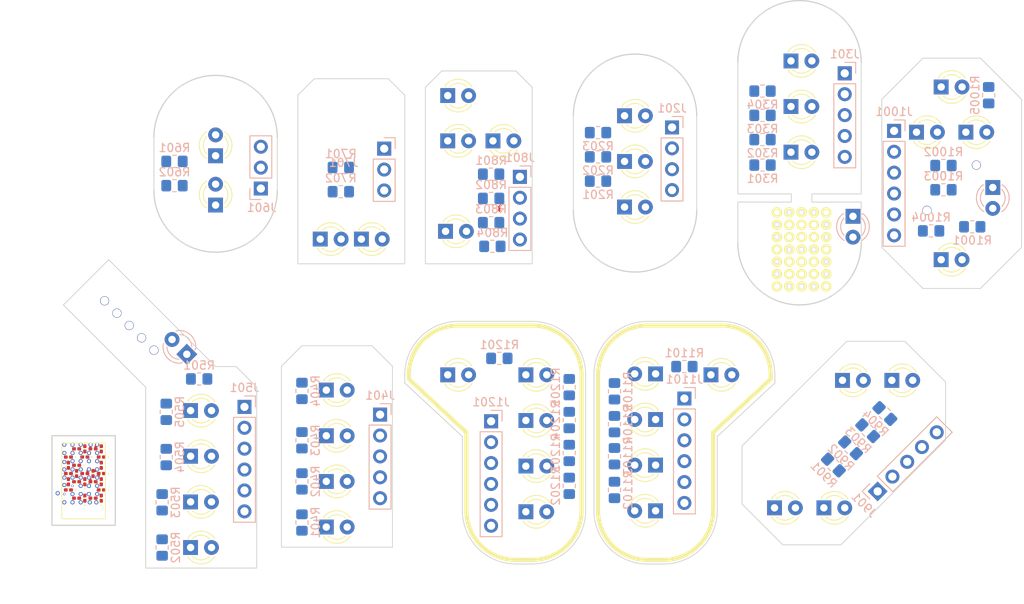
<source format=kicad_pcb>
(kicad_pcb (version 20221018) (generator pcbnew)
  (layers (0 "F.Cu" signal) (31 "B.Cu" signal) (34 "B.Paste" user) (35 "F.Paste" user) (36 "B.SilkS" user "B.Silkscreen") (37 "F.SilkS" user "F.Silkscreen") (38 "B.Mask" user) (39 "F.Mask" user) (44 "Edge.Cuts" user))
  (net 0 "")
  (net 1 "Net-(D201-K)")
  (net 2 "Net-(D201-A)")
  (net 3 "Net-(D202-K)")
  (net 4 "Net-(D202-A)")
  (net 5 "Net-(D203-K)")
  (net 6 "Net-(D203-A)")
  (net 7 "Net-(D301-K)")
  (net 8 "Net-(D301-A)")
  (net 9 "Net-(D302-K)")
  (net 10 "Net-(D302-A)")
  (net 11 "Net-(D303-K)")
  (net 12 "Net-(D303-A)")
  (net 13 "Net-(D304-K)")
  (net 14 "Net-(D304-A)")
  (net 15 "Net-(D401-K)")
  (net 16 "Net-(D401-A)")
  (net 17 "Net-(D402-K)")
  (net 18 "Net-(D402-A)")
  (net 19 "Net-(D403-K)")
  (net 20 "Net-(D403-A)")
  (net 21 "Net-(D404-K)")
  (net 22 "Net-(D404-A)")
  (net 23 "Net-(D501-K)")
  (net 24 "Net-(D501-A)")
  (net 25 "Net-(D502-K)")
  (net 26 "Net-(D502-A)")
  (net 27 "Net-(D503-K)")
  (net 28 "Net-(D503-A)")
  (net 29 "Net-(D504-K)")
  (net 30 "Net-(D504-A)")
  (net 31 "Net-(D505-K)")
  (net 32 "Net-(D505-A)")
  (net 33 "Net-(D601-K)")
  (net 34 "Net-(D601-A)")
  (net 35 "Net-(D602-K)")
  (net 36 "Net-(D602-A)")
  (net 37 "Net-(D701-K)")
  (net 38 "Net-(D701-A)")
  (net 39 "Net-(D702-K)")
  (net 40 "Net-(D702-A)")
  (net 41 "Net-(D801-K)")
  (net 42 "Net-(D801-A)")
  (net 43 "Net-(D802-K)")
  (net 44 "Net-(D802-A)")
  (net 45 "Net-(D803-K)")
  (net 46 "Net-(D803-A)")
  (net 47 "Net-(D901-K)")
  (net 48 "Net-(D901-A)")
  (net 49 "Net-(D902-K)")
  (net 50 "Net-(D902-A)")
  (net 51 "Net-(D903-K)")
  (net 52 "Net-(D903-A)")
  (net 53 "Net-(D904-K)")
  (net 54 "Net-(D904-A)")
  (net 55 "Net-(D1001-K)")
  (net 56 "Net-(D1001-A)")
  (net 57 "Net-(D1002-K)")
  (net 58 "Net-(D1002-A)")
  (net 59 "Net-(D1003-K)")
  (net 60 "Net-(D1003-A)")
  (net 61 "Net-(D1004-K)")
  (net 62 "Net-(D1004-A)")
  (net 63 "Net-(D1005-K)")
  (net 64 "Net-(D1005-A)")
  (net 65 "Net-(D1101-K)")
  (net 66 "Net-(D1101-A)")
  (net 67 "Net-(D1102-K)")
  (net 68 "Net-(D1102-A)")
  (net 69 "Net-(D1103-K)")
  (net 70 "Net-(D1103-A)")
  (net 71 "Net-(D1104-K)")
  (net 72 "Net-(D1104-A)")
  (net 73 "Net-(D1105-K)")
  (net 74 "Net-(D1105-A)")
  (net 75 "Net-(D1201-K)")
  (net 76 "Net-(D1201-A)")
  (net 77 "Net-(D1202-K)")
  (net 78 "Net-(D1202-A)")
  (net 79 "Net-(D1203-K)")
  (net 80 "Net-(D1203-A)")
  (net 81 "Net-(D1204-K)")
  (net 82 "Net-(D1204-A)")
  (net 83 "Net-(D1205-K)")
  (net 84 "Net-(D1205-A)")
  (net 85 "Net-(J201-Pin_1)")
  (net 86 "Net-(J301-Pin_1)")
  (net 87 "Net-(J401-Pin_1)")
  (net 88 "Net-(J501-Pin_1)")
  (net 89 "Net-(J601-Pin_1)")
  (net 90 "Net-(J701-Pin_1)")
  (net 91 "Net-(J801-Pin_1)")
  (net 92 "Net-(J901-Pin_1)")
  (net 93 "Net-(J1001-Pin_1)")
  (net 94 "Net-(J1101-Pin_1)")
  (net 95 "Net-(J1201-Pin_1)")
  (net 96 "Net-(D804-A)")
  (net 97 "Net-(D804-K)")
  (footprint "custom_kicad_lib_sk:LED_NO_SILK" (layer "F.Cu") (at 229 128.884 180)
    (fp_text reference "D1101" hide)
    (fp_text value "LED")
  )
  (footprint "LED_SMD:LED_0201_0603Metric" (layer "F.Cu") (at 161.6 139 180)
    (fp_text reference "REF**" hide)
    (fp_text value "LED_0201_0603Metric")
  )
  (footprint "custom_kicad_lib_sk:LED_NO_SILK" (layer "F.Cu") (at 263.725 94)
    (fp_text reference "D1001" hide)
    (fp_text value "LED")
  )
  (footprint "custom_kicad_lib_sk:LED_NO_SILK" (layer "F.Cu") (at 245.46 96.38)
    (fp_text reference "D302" hide)
    (fp_text value "LED")
  )
  (footprint "LED_SMD:LED_0201_0603Metric" (layer "F.Cu") (at 160.6 141 90)
    (fp_text reference "REF**" hide)
    (fp_text value "LED_0201_0603Metric")
  )
  (footprint "LED_SMD:LED_0201_0603Metric" (layer "F.Cu") (at 157.6 142 90)
    (fp_text reference "REF**" hide)
    (fp_text value "LED_0201_0603Metric")
  )
  (footprint "LED_SMD:LED_0201_0603Metric" (layer "F.Cu") (at 158.6 142 180)
    (fp_text reference "REF**" hide)
    (fp_text value "LED_0201_0603Metric")
  )
  (footprint "custom_kicad_lib_sk:LED_NO_SILK" (layer "F.Cu") (at 188.96 136.41)
    (fp_text reference "D402" hide)
    (fp_text value "LED")
  )
  (footprint "custom_kicad_lib_sk:LED_NO_SILK" (layer "F.Cu") (at 229 134.434 180)
    (fp_text reference "D1102" hide)
    (fp_text value "LED")
  )
  (footprint "LED_SMD:LED_0201_0603Metric" (layer "F.Cu") (at 161.6 140 90)
    (fp_text reference "REF**" hide)
    (fp_text value "LED_0201_0603Metric")
  )
  (footprint "custom_kicad_lib_sk:LED_NO_SILK" (layer "F.Cu") (at 209.225 100.55)
    (fp_text reference "D802" hide)
    (fp_text value "LED")
  )
  (footprint "custom_kicad_lib_sk:LED_NO_SILK" (layer "F.Cu") (at 175.5 102.365 90)
    (fp_text reference "D602" hide)
    (fp_text value "LED")
  )
  (footprint "LED_SMD:LED_0201_0603Metric" (layer "F.Cu") (at 158.6 141 90)
    (fp_text reference "REF**" hide)
    (fp_text value "LED_0201_0603Metric")
  )
  (footprint "LED_SMD:LED_0201_0603Metric" (layer "F.Cu") (at 161.6 138 90)
    (fp_text reference "REF**" hide)
    (fp_text value "LED_0201_0603Metric")
  )
  (footprint "custom_kicad_lib_sk:LED_NO_SILK" (layer "F.Cu") (at 245.46 101.93)
    (fp_text reference "D303" hide)
    (fp_text value "LED")
  )
  (footprint "custom_kicad_lib_sk:LED_NO_SILK" (layer "F.Cu") (at 257.72482 129.671752)
    (fp_text reference "D901" hide)
    (fp_text value "LED")
  )
  (footprint "LED_SMD:LED_0201_0603Metric" (layer "F.Cu") (at 160.6 142 180)
    (fp_text reference "REF**" hide)
    (fp_text value "LED_0201_0603Metric")
  )
  (footprint "LED_SMD:LED_0201_0603Metric" (layer "F.Cu") (at 159.6 142 90)
    (fp_text reference "REF**" hide)
    (fp_text value "LED_0201_0603Metric")
  )
  (footprint "custom_kicad_lib_sk:LED_NO_SILK" (layer "F.Cu") (at 213.225 145.65)
    (fp_text reference "D1204" hide)
    (fp_text value "LED")
  )
  (footprint "custom_kicad_lib_sk:LED_NO_SILK" (layer "F.Cu") (at 193.225 112.5)
    (fp_text reference "D701" hide)
    (fp_text value "LED")
  )
  (footprint "custom_kicad_lib_sk:LED_NO_SILK" (layer "F.Cu") (at 188.96 130.86)
    (fp_text reference "D401" hide)
    (fp_text value "LED")
  )
  (footprint "custom_kicad_lib_sk:LED_NO_SILK" (layer "F.Cu") (at 245.46 90.83)
    (fp_text reference "D301" hide)
    (fp_text value "LED")
  )
  (footprint "custom_kicad_lib_sk:LED_NO_SILK" (layer "F.Cu") (at 243.45982 145.171752)
    (fp_text reference "D904" hide)
    (fp_text value "LED")
  )
  (footprint "custom_kicad_lib_sk:LED_NO_SILK" (layer "F.Cu") (at 213.225 129)
    (fp_text reference "D1201" hide)
    (fp_text value "LED")
  )
  (footprint "custom_kicad_lib_sk:LED_NO_SILK" (layer "F.Cu") (at 225.225 97.5)
    (fp_text reference "D201" hide)
    (fp_text value "LED")
  )
  (footprint "custom_kicad_lib_sk:LED_NO_SILK" (layer "F.Cu") (at 188.225 112.5)
    (fp_text reference "D702" hide)
    (fp_text value "LED")
  )
  (footprint "LED_SMD:LED_0201_0603Metric" (layer "F.Cu") (at 158.6 138 180)
    (fp_text reference "REF**" hide)
    (fp_text value "LED_0201_0603Metric")
  )
  (footprint "custom_kicad_lib_sk:LED_NO_SILK" (layer "F.Cu") (at 203.725 95.05)
    (fp_text reference "D801" hide)
    (fp_text value "LED")
  )
  (footprint "custom_kicad_lib_sk:LED_NO_SILK" (layer "F.Cu") (at 188.96 147.51)
    (fp_text reference "D404" hide)
    (fp_text value "LED")
  )
  (footprint "custom_kicad_lib_sk:LED_NO_SILK" (layer "F.Cu") (at 213.225 140.1)
    (fp_text reference "D1203" hide)
    (fp_text value "LED")
  )
  (footprint "custom_kicad_lib_sk:LED_NO_SILK" (layer "F.Cu") (at 172.46 138.9)
    (fp_text reference "D502" hide)
    (fp_text value "LED")
  )
  (footprint "LED_SMD:LED_0201_0603Metric" (layer "F.Cu") (at 161.6 143 180)
    (fp_text reference "REF**" hide)
    (fp_text value "LED_0201_0603Metric")
  )
  (footprint "custom_kicad_lib_sk:LED_NO_SILK" (layer "F.Cu") (at 188.96 141.96)
    (fp_text reference "D403" hide)
    (fp_text value "LED")
  )
  (footprint "custom_kicad_lib_sk:LED_NO_SILK" (layer "F.Cu") (at 172.46 133.35)
    (fp_text reference "D501" hide)
    (fp_text value "LED")
  )
  (footprint "LED_SMD:LED_0201_0603Metric" (layer "F.Cu") (at 161.6 141 180)
    (fp_text reference "REF**" hide)
    (fp_text value "LED_0201_0603Metric")
  )
  (footprint "custom_kicad_lib_sk:LED_NO_SILK" (layer "F.Cu") (at 263.725 115)
    (fp_text reference "D1002" hide)
    (fp_text value "LED")
  )
  (footprint "custom_kicad_lib_sk:LED_NO_SILK" (layer "F.Cu") (at 225.225 108.6)
    (fp_text reference "D203" hide)
    (fp_text value "LED")
  )
  (footprint "custom_kicad_lib_sk:LED_NO_SILK" (layer "F.Cu") (at 172.46 144.45)
    (fp_text reference "D503" hide)
    (fp_text value "LED")
  )
  (footprint "LED_SMD:LED_0201_0603Metric" (layer "F.Cu") (at 159.6 141 180)
    (fp_text reference "REF**" hide)
    (fp_text value "LED_0201_0603Metric")
  )
  (footprint "LED_SMD:LED_0201_0603Metric" (layer "F.Cu") (at 161.6 144 90)
    (fp_text reference "REF**" hide)
    (fp_text value "LED_0201_0603Metric")
  )
  (footprint "LED_SMD:LED_0201_0603Metric" (layer "F.Cu") (at 160.6 144 180)
    (fp_text reference "REF**" hide)
    (fp_text value "LED_0201_0603Metric")
  )
  (footprint "LED_SMD:LED_0201_0603Metric" (layer "F.Cu") (at 157.6 143 180)
    (fp_text reference "REF**" hide)
    (fp_text value "LED_0201_0603Metric")
  )
  (footprint "LED_SMD:LED_0201_0603Metric" (layer "F.Cu") (at 157.6 141 180)
    (fp_text reference "REF**" hide)
    (fp_text value "LED_0201_0603Metric")
  )
  (footprint "custom_kicad_lib_sk:LED_NO_SILK" (layer "F.Cu") (at 203.725 100.55)
    (fp_text reference "D803" hide)
    (fp_text value "LED")
  )
  (footprint "custom_kicad_lib_sk:LED_NO_SILK" (layer "F.Cu") (at 249.45982 145.171752)
    (fp_text reference "D903" hide)
    (fp_text value "LED")
  )
  (footprint "custom_kicad_lib_sk:LED_NO_SILK" (layer "F.Cu") (at 235.725 129)
    (fp_text reference "D1105" hide)
    (fp_text value "LED")
  )
  (footprint "LED_SMD:LED_0201_0603Metric" (layer "F.Cu") (at 160.6 138 180)
    (fp_text reference "REF**" hide)
    (fp_text value "LED_0201_0603Metric")
  )
  (footprint "LED_SMD:LED_0201_0603Metric" (layer "F.Cu") (at 159.6 139 180)
    (fp_text reference "REF**" hide)
    (fp_text value "LED_0201_0603Metric")
  )
  (footprint "custom_kicad_lib_sk:LED_NO_SILK" (layer "F.Cu") (at 203.46 111.55)
    (fp_text reference "D804" hide)
    (fp_text value "LED")
  )
  (footprint "custom_kicad_lib_sk:LED_NO_SILK" (layer "F.Cu") (at 229 139.984 180)
    (fp_text reference "D1103" hide)
    (fp_text value "LED")
  )
  (footprint "LED_SMD:LED_0201_0603Metric" (layer "F.Cu") (at 159.6 144 90)
    (fp_text reference "REF**" hide)
    (fp_text value "LED_0201_0603Metric")
  )
  (footprint "custom_kicad_lib_sk:LED_NO_SILK" (layer "F.Cu") (at 175.5 108.365 90)
    (fp_text reference "D601" hide)
    (fp_text value "LED")
  )
  (footprint "custom_kicad_lib_sk:LED_NO_SILK" (layer "F.Cu") (at 266.725 99.5)
    (fp_text reference "D1003" hide)
    (fp_text value "LED")
  )
  (footprint "LED_SMD:LED_0201_0603Metric" (layer "F.Cu") (at 157.6 140 90)
    (fp_text reference "REF**" hide)
    (fp_text value "LED_0201_0603Metric")
  )
  (footprint "LED_SMD:LED_0201_0603Metric" (layer "F.Cu") (at 158.6 144 180)
    (fp_text reference "REF**" hide)
    (fp_text value "LED_0201_0603Metric")
  )
  (footprint "custom_kicad_lib_sk:LED_NO_SILK" (layer "F.Cu") (at 229 145.534 180)
    (fp_text reference "D1104" hide)
    (fp_text value "LED")
  )
  (footprint "LED_SMD:LED_0201_0603Metric" (layer "F.Cu") (at 158.6 140 180)
    (fp_text reference "REF**" hide)
    (fp_text value "LED_0201_0603Metric")
  )
  (footprint "custom_kicad_lib_sk:LED_NO_SILK" (layer "F.Cu") (at 251.72482 129.671752)
    (fp_text reference "D902" hide)
    (fp_text value "LED")
  )
  (footprint "custom_kicad_lib_sk:LED_NO_SILK" (layer "F.Cu") (at 225.225 103.05)
    (fp_text reference "D202" hide)
    (fp_text value "LED")
  )
  (footprint "LED_SMD:LED_0201_0603Metric" (layer "F.Cu") (at 161.6 142 90)
    (fp_text reference "REF**" hide)
    (fp_text value "LED_0201_0603Metric")
  )
  (footprint "custom_kicad_lib_sk:LED_NO_SILK" (layer "F.Cu") (at 260.725 99.5)
    (fp_text reference "D1004" hide)
    (fp_text value "LED")
  )
  (footprint "LED_SMD:LED_0201_0603Metric" (layer "F.Cu") (at 159.6 138 90)
    (fp_text reference "REF**" hide)
    (fp_text value "LED_0201_0603Metric")
  )
  (footprint "custom_kicad_lib_sk:LED_NO_SILK" (layer "F.Cu") (at 172.46 150)
    (fp_text reference "D504" hide)
    (fp_text value "LED")
  )
  (footprint "custom_kicad_lib_sk:LED_NO_SILK" (layer "F.Cu") (at 213.225 134.55)
    (fp_text reference "D1202" hide)
    (fp_text value "LED")
  )
  (footprint "LED_SMD:LED_0201_0603Metric" (layer "F.Cu") (at 157.6 139 180)
    (fp_text reference "REF**" hide)
    (fp_text value "LED_0201_0603Metric")
  )
  (footprint "custom_kicad_lib_sk:LED_NO_SILK" (layer "F.Cu") (at 203.725 129)
    (fp_text reference "D1205" hide)
    (fp_text value "LED")
  )
  (footprint "custom_kicad_lib_sk:LED_NO_SILK" (layer "B.Cu") (at 270 106.225 -90)
    (fp_text reference "D1005" hide)
    (fp_text value "LED")
  )
  (footprint "Resistor_SMD:R_0805_2012Metric_Pad1.20x1.40mm_HandSolder" (layer "B.Cu") (at 224 143 90)
    (fp_text reference "R1102")
    (fp_text value "R")
  )
  (footprint "Resistor_SMD:R_0805_2012Metric_Pad1.20x1.40mm_HandSolder" (layer "B.Cu") (at 218.5 130.5 -90)
    (fp_text reference "R1205")
    (fp_text value "R")
  )
  (footprint "custom_kicad_lib_sk:LED_NO_SILK" (layer "B.Cu") (at 253 109.725 -90)
    (fp_text reference "D304" hide)
    (fp_text value "LED")
  )
  (footprint "Connector_PinHeader_2.54mm:PinHeader_1x04_P2.54mm_Vertical" (layer "B.Cu") (at 231 98.92 180)
    (fp_text reference "J201")
    (fp_text value "Conn_01x04")
  )
  (footprint "Connector_PinHeader_2.54mm:PinHeader_1x04_P2.54mm_Vertical" (layer "B.Cu") (at 212.5 104.93 180)
    (fp_text reference "J801")
    (fp_text value "Conn_01x04")
  )
  (footprint "Resistor_SMD:R_0805_2012Metric_Pad1.20x1.40mm_HandSolder" (layer "B.Cu") (at 269.5 95 -90)
    (fp_text reference "R1005")
    (fp_text value "R")
  )
  (footprint "Resistor_SMD:R_0805_2012Metric_Pad1.20x1.40mm_HandSolder" (layer "B.Cu") (at 224 131 90)
    (fp_text reference "R1105")
    (fp_text value "R")
  )
  (footprint "Resistor_SMD:R_0805_2012Metric_Pad1.20x1.40mm_HandSolder" (layer "B.Cu") (at 242 103.5)
    (fp_text reference "R301")
    (fp_text value "R")
  )
  (footprint "Resistor_SMD:R_0805_2012Metric_Pad1.20x1.40mm_HandSolder" (layer "B.Cu") (at 169 144.5 90)
    (fp_text reference "R503")
    (fp_text value "R")
  )
  (footprint "Connector_PinHeader_2.54mm:PinHeader_1x03_P2.54mm_Vertical" (layer "B.Cu") (at 181 106.35)
    (fp_text reference "J601")
    (fp_text value "Conn_01x04")
  )
  (footprint "Resistor_SMD:R_0805_2012Metric_Pad1.20x1.40mm_HandSolder" (layer "B.Cu") (at 262.5 111.5 180)
    (fp_text reference "R1004")
    (fp_text value "R")
  )
  (footprint "Resistor_SMD:R_0805_2012Metric_Pad1.20x1.40mm_HandSolder" (layer "B.Cu") (at 254.792893 135.792893 -45)
    (fp_text reference "R903")
    (fp_text value "R")
  )
  (footprint "Resistor_SMD:R_0805_2012Metric_Pad1.20x1.40mm_HandSolder" (layer "B.Cu") (at 209 107.55 180)
    (fp_text reference "R802")
    (fp_text value "R")
  )
  (footprint "Resistor_SMD:R_0805_2012Metric_Pad1.20x1.40mm_HandSolder" (layer "B.Cu") (at 169.5 139 90)
    (fp_text reference "R504")
    (fp_text value "R")
  )
  (footprint "Resistor_SMD:R_0805_2012Metric_Pad1.20x1.40mm_HandSolder" (layer "B.Cu") (at 267.5 111)
    (fp_text reference "R1001")
    (fp_text value "R")
  )
  (footprint "Connector_PinHeader_2.54mm:PinHeader_1x03_P2.54mm_Vertical" (layer "B.Cu") (at 196 101.5 180)
    (fp_text reference "J701")
    (fp_text value "Conn_01x04")
  )
  (footprint "Resistor_SMD:R_0805_2012Metric_Pad1.20x1.40mm_HandSolder" (layer "B.Cu") (at 218.5 134.5 -90)
    (fp_text reference "R1204")
    (fp_text value "R")
  )
  (footprint "Resistor_SMD:R_0805_2012Metric_Pad1.20x1.40mm_HandSolder" (layer "B.Cu") (at 210 127 180)
    (fp_text reference "R1201")
    (fp_text value "R")
  )
  (footprint "Resistor_SMD:R_0805_2012Metric_Pad1.20x1.40mm_HandSolder" (layer "B.Cu") (at 222 102.5)
    (fp_text reference "R202")
    (fp_text value "R")
  )
  (footprint "Resistor_SMD:R_0805_2012Metric_Pad1.20x1.40mm_HandSolder" (layer "B.Cu") (at 173.5 129.5 180)
    (fp_text reference "R501")
    (fp_text value "R")
  )
  (footprint "Connector_PinHeader_2.54mm:PinHeader_1x06_P2.54mm_Vertical" (layer "B.Cu") (at 179.01 132.9 180)
    (fp_text reference "J501")
    (fp_text value "Conn_01x06")
  )
  (footprint "Resistor_SMD:R_0805_2012Metric_Pad1.20x1.40mm_HandSolder" (layer "B.Cu") (at 264 106.5 180)
    (fp_text reference "R1003")
    (fp_text value "R")
  )
  (footprint "Resistor_SMD:R_0805_2012Metric_Pad1.20x1.40mm_HandSolder" (layer "B.Cu") (at 209 110.5 180)
    (fp_text reference "R803")
    (fp_text value "R")
  )
  (footprint "Connector_PinHeader_2.54mm:PinHeader_1x05_P2.54mm_Vertical" (layer "B.Cu") (at 255.99982 143.171752 -45)
    (fp_text reference "J901")
    (fp_text value "Conn_01x05")
  )
  (footprint "Resistor_SMD:R_0805_2012Metric_Pad1.20x1.40mm_HandSolder" (layer "B.Cu") (at 232.5 128 180)
    (fp_text reference "R1101")
    (fp_text value "R")
  )
  (footprint "Resistor_SMD:R_0805_2012Metric_Pad1.20x1.40mm_HandSolder" (layer "B.Cu") (at 186 130.96 90)
    (fp_text reference "R404")
    (fp_text value "R")
  )
  (footprint "Resistor_SMD:R_0805_2012Metric_Pad1.20x1.40mm_HandSolder" (layer "B.Cu") (at 169.5 133.5 90)
    (fp_text reference "R505")
    (fp_text value "R")
  )
  (footprint "Resistor_SMD:R_0805_2012Metric_Pad1.20x1.40mm_HandSolder" (layer "B.Cu") (at 186 141.96 90)
    (fp_text reference "R402")
    (fp_text value "R")
  )
  (footprint "Resistor_SMD:R_0805_2012Metric_Pad1.20x1.40mm_HandSolder" (layer "B.Cu") (at 222 99.55)
    (fp_text reference "R203")
    (fp_text value "R")
  )
  (footprint "Resistor_SMD:R_0805_2012Metric_Pad1.20x1.40mm_HandSolder" (layer "B.Cu") (at 242 97.45)
    (fp_text reference "R303")
    (fp_text value "R")
  )
  (footprint "custom_kicad_lib_sk:LED_NO_SILK" (layer "B.Cu") (at 172 126.5 135)
    (fp_text reference "D505" hide)
    (fp_text value "LED")
  )
  (footprint "Resistor_SMD:R_0805_2012Metric_Pad1.20x1.40mm_HandSolder" (layer "B.Cu") (at 190.727064 103.785 180)
    (fp_text reference "R701")
    (fp_text value "R")
  )
  (footprint "Resistor_SMD:R_0805_2012Metric_Pad1.20x1.40mm_HandSolder" (layer "B.Cu") (at 256.878858 133.706928 -45)
    (fp_text reference "R904")
    (fp_text value "R")
  )
  (footprint "Resistor_SMD:R_0805_2012Metric_Pad1.20x1.40mm_HandSolder" (layer "B.Cu") (at 242 94.5)
    (fp_text reference "R304")
    (fp_text value "R")
  )
  (footprint "Resistor_SMD:R_0805_2012Metric_Pad1.20x1.40mm_HandSolder" (layer "B.Cu") (at 242 100.4)
    (fp_text reference "R302")
    (fp_text value "R")
  )
  (footprint "Resistor_SMD:R_0805_2012Metric_Pad1.20x1.40mm_HandSolder" (layer "B.Cu") (at 218.5 142.5 -90)
    (fp_text reference "R1202")
    (fp_text value "R")
  )
  (footprint "Resistor_SMD:R_0805_2012Metric_Pad1.20x1.40mm_HandSolder" (layer "B.Cu") (at 170.5 103.05 180)
    (fp_text reference "R601")
    (fp_text value "R")
  )
  (footprint "Resistor_SMD:R_0805_2012Metric_Pad1.20x1.40mm_HandSolder" (layer "B.Cu") (at 224 138.9 90)
    (fp_text reference "R1103")
    (fp_text value "R")
  )
  (footprint "Resistor_SMD:R_0805_2012Metric_Pad1.20x1.40mm_HandSolder" (layer "B.Cu") (at 186 136.96 90)
    (fp_text reference "R403")
    (fp_text value "R")
  )
  (footprint "Resistor_SMD:R_0805_2012Metric_Pad1.20x1.40mm_HandSolder" (layer "B.Cu") (at 222 105.45)
    (fp_text reference "R201")
    (fp_text value "R")
  )
  (footprint "Resistor_SMD:R_0805_2012Metric_Pad1.20x1.40mm_HandSolder" (layer "B.Cu") (at 252.706927 137.878859 -45)
    (fp_text reference "R902")
    (fp_text value "R")
  )
  (footprint "Connector_PinHeader_2.54mm:PinHeader_1x05_P2.54mm_Vertical" (layer "B.Cu") (at 252 92.34 180)
    (fp_text reference "J301")
    (fp_text value "Conn_01x05")
  )
  (footprint "Resistor_SMD:R_0805_2012Metric_Pad1.20x1.40mm_HandSolder" (layer "B.Cu") (at 250.620962 139.964824 -45)
    (fp_text reference "R901")
    (fp_text value "R")
  )
  (footprint "Resistor_SMD:R_0805_2012Metric_Pad1.20x1.40mm_HandSolder" (layer "B.Cu") (at 209 104.6 180)
    (fp_text reference "R801")
    (fp_text value "R")
  )
  (footprint "Resistor_SMD:R_0805_2012Metric_Pad1.20x1.40mm_HandSolder" (layer "B.Cu") (at 264 103.55 180)
    (fp_text reference "R1002")
    (fp_text value "R")
  )
  (footprint "Resistor_SMD:R_0805_2012Metric_Pad1.20x1.40mm_HandSolder" (layer "B.Cu") (at 169 150 90)
    (fp_text reference "R502")
    (fp_text value "R")
  )
  (footprint "Resistor_SMD:R_0805_2012Metric_Pad1.20x1.40mm_HandSolder" (layer "B.Cu") (at 218.5 138.5 -90)
    (fp_text reference "R1203")
    (fp_text value "R")
  )
  (footprint "Resistor_SMD:R_0805_2012Metric_Pad1.20x1.40mm_HandSolder" (layer "B.Cu") (at 170.5 106 180)
    (fp_text reference "R602")
    (fp_text value "R")
  )
  (footprint "Connector_PinHeader_2.54mm:PinHeader_1x06_P2.54mm_Vertical" (layer "B.Cu") (at 209 134.65 180)
    (fp_text reference "J1201")
    (fp_text value "Conn_01x06")
  )
  (footprint "Resistor_SMD:R_0805_2012Metric_Pad1.20x1.40mm_HandSolder" (layer "B.Cu") (at 209.153 113.379 180)
    (fp_text reference "R804")
    (fp_text value "R")
  )
  (footprint "Connector_PinHeader_2.54mm:PinHeader_1x06_P2.54mm_Vertical" (layer "B.Cu") (at 232.5 131.88 180)
    (fp_text reference "J1101")
    (fp_text value "Conn_01x06")
  )
  (footprint "Resistor_SMD:R_0805_2012Metric_Pad1.20x1.40mm_HandSolder" (layer "B.Cu") (at 190.727064 106.735 180)
    (fp_text reference "R702")
    (fp_text value "R")
  )
  (footprint "Resistor_SMD:R_0805_2012Metric_Pad1.20x1.40mm_HandSolder" (layer "B.Cu") (at 186 146.96 90)
    (fp_text reference "R401")
    (fp_text value "R")
  )
  (footprint "Connector_PinHeader_2.54mm:PinHeader_1x05_P2.54mm_Vertical" (layer "B.Cu") (at 195.5 133.84 180)
    (fp_text reference "J401")
    (fp_text value "Conn_01x05")
  )
  (footprint "Connector_PinHeader_2.54mm:PinHeader_1x06_P2.54mm_Vertical" (layer "B.Cu") (at 258 99.34 180)
    (fp_text reference "J1001")
    (fp_text value "Conn_01x06")
  )
  (footprint "Resistor_SMD:R_0805_2012Metric_Pad1.20x1.40mm_HandSolder" (layer "B.Cu") (at 224 135 90)
    (fp_text reference "R1104")
    (fp_text value "R")
  )
  (gr_circle (center 248.25 110.75) (end 248.75 110.75) (stroke (width 0.15)) (fill none) (layer "F.SilkS"))
  (gr_circle (center 246.75 109.25) (end 247.25 109.25) (stroke (width 0.3)) (fill none) (layer "F.SilkS"))
  (gr_circle (center 243.75 115.25) (end 244.25 115.25) (stroke (width 0.15)) (fill none) (layer "F.SilkS"))
  (gr_arc (start 214 123) (mid 218.242641 124.757359) (end 220 129) (stroke (width 0.5)) (layer "F.SilkS"))
  (gr_line (start 243 129.5) (end 236 136) (stroke (width 0.5)) (layer "F.SilkS"))
  (gr_line (start 214 123) (end 205 123) (stroke (width 0.5)) (layer "F.SilkS"))
  (gr_circle (center 246.75 118.25) (end 247.25 118.25) (stroke (width 0.15)) (fill none) (layer "F.SilkS"))
  (gr_rect (start 156.8 137.3) (end 162.1 146.5) (stroke (width 0.1)) (fill none) (layer "F.SilkS"))
  (gr_circle (center 245.25 112.25) (end 245.75 112.25) (stroke (width 0.15)) (fill none) (layer "F.SilkS"))
  (gr_circle (center 248.25 118.25) (end 248.75 118.25) (stroke (width 0.3)) (fill none) (layer "F.SilkS"))
  (gr_circle (center 243.75 113.75) (end 244.25 113.75) (stroke (width 0.15)) (fill none) (layer "F.SilkS"))
  (gr_circle (center 245.25 115.25) (end 245.75 115.25) (stroke (width 0.3)) (fill none) (layer "F.SilkS"))
  (gr_arc (start 222 129) (mid 223.757359 124.757359) (end 228 123) (stroke (width 0.5)) (layer "F.SilkS"))
  (gr_circle (center 243.75 110.75) (end 244.25 110.75) (stroke (width 0.3)) (fill none) (layer "F.SilkS"))
  (gr_circle (center 248.25 113.75) (end 248.75 113.75) (stroke (width 0.3)) (fill none) (layer "F.SilkS"))
  (gr_circle (center 245.25 118.25) (end 245.75 118.25) (stroke (width 0.15)) (fill none) (layer "F.SilkS"))
  (gr_circle (center 245.25 116.75) (end 245.75 116.75) (stroke (width 0.3)) (fill none) (layer "F.SilkS"))
  (gr_circle (center 249.75 109.25) (end 250.25 109.25) (stroke (width 0.15)) (fill none) (layer "F.SilkS"))
  (gr_arc (start 228 151.5) (mid 223.757359 149.742641) (end 222 145.5) (stroke (width 0.5)) (layer "F.SilkS"))
  (gr_arc (start 220 145.5) (mid 218.242641 149.742641) (end 214 151.5) (stroke (width 0.5)) (layer "F.SilkS"))
  (gr_circle (center 246.75 113.75) (end 247.25 113.75) (stroke (width 0.3)) (fill none) (layer "F.SilkS"))
  (gr_circle (center 246.75 110.75) (end 247.25 110.75) (stroke (width 0.15)) (fill none) (layer "F.SilkS"))
  (gr_line (start 236 136) (end 236 146) (stroke (width 0.5)) (layer "F.SilkS"))
  (gr_line (start 222 129) (end 222 145.5) (stroke (width 0.5)) (layer "F.SilkS"))
  (gr_circle (center 246.75 116.75) (end 247.25 116.75) (stroke (width 0.3)) (fill none) (layer "F.SilkS"))
  (gr_line (start 199 129.5) (end 206 136) (stroke (width 0.5)) (layer "F.SilkS"))
  (gr_circle (center 248.25 110.75) (end 248.75 110.75) (stroke (width 0.3)) (fill none) (layer "F.SilkS"))
  (gr_circle (center 249.75 118.25) (end 250.25 118.25) (stroke (width 0.15)) (fill none) (layer "F.SilkS"))
  (gr_circle (center 246.75 115.25) (end 247.25 115.25) (stroke (width 0.15)) (fill none) (layer "F.SilkS"))
  (gr_circle (center 243.75 118.25) (end 244.25 118.25) (stroke (width 0.3)) (fill none) (layer "F.SilkS"))
  (gr_line (start 228 151.5) (end 230 151.5) (stroke (width 0.5)) (layer "F.SilkS"))
  (gr_circle (center 249.75 113.75) (end 250.25 113.75) (stroke (width 0.3)) (fill none) (layer "F.SilkS"))
  (gr_circle (center 245.25 118.25) (end 245.75 118.25) (stroke (width 0.3)) (fill none) (layer "F.SilkS"))
  (gr_circle (center 248.25 116.75) (end 248.75 116.75) (stroke (width 0.15)) (fill none) (layer "F.SilkS"))
  (gr_circle (center 248.25 118.25) (end 248.75 118.25) (stroke (width 0.15)) (fill none) (layer "F.SilkS"))
  (gr_circle (center 243.75 116.75) (end 244.25 116.75) (stroke (width 0.15)) (fill none) (layer "F.SilkS"))
  (gr_circle (center 249.75 115.25) (end 250.25 115.25) (stroke (width 0.15)) (fill none) (layer "F.SilkS"))
  (gr_circle (center 249.75 110.75) (end 250.25 110.75) (stroke (width 0.3)) (fill none) (layer "F.SilkS"))
  (gr_circle (center 245.25 115.25) (end 245.75 115.25) (stroke (width 0.15)) (fill none) (layer "F.SilkS"))
  (gr_arc (start 199 129) (mid 200.757359 124.757359) (end 205 123) (stroke (width 0.5)) (layer "F.SilkS"))
  (gr_circle (center 249.75 113.75) (end 250.25 113.75) (stroke (width 0.15)) (fill none) (layer "F.SilkS"))
  (gr_arc (start 237 123) (mid 241.242641 124.757359) (end 243 129) (stroke (width 0.5)) (layer "F.SilkS"))
  (gr_circle (center 248.25 113.75) (end 248.75 113.75) (stroke (width 0.15)) (fill none) (layer "F.SilkS"))
  (gr_line (start 206 136) (end 206 146) (stroke (width 0.5)) (layer "F.SilkS"))
  (gr_circle (center 246.75 118.25) (end 247.25 118.25) (stroke (width 0.3)) (fill none) (layer "F.SilkS"))
  (gr_circle (center 243.75 109.25) (end 244.25 109.25) (stroke (width 0.15)) (fill none) (layer "F.SilkS"))
  (gr_line (start 220 129) (end 220 145.5) (stroke (width 0.5)) (layer "F.SilkS"))
  (gr_line (start 214 151.5) (end 212 151.5) (stroke (width 0.5)) (layer "F.SilkS"))
  (gr_circle (center 246.75 115.25) (end 247.25 115.25) (stroke (width 0.3)) (fill none) (layer "F.SilkS"))
  (gr_line (start 243 129) (end 243 129.5) (stroke (width 0.5)) (layer "F.SilkS"))
  (gr_circle (center 248.25 112.25) (end 248.75 112.25) (stroke (width 0.3)) (fill none) (layer "F.SilkS"))
  (gr_circle (center 249.75 109.25) (end 250.25 109.25) (stroke (width 0.3)) (fill none) (layer "F.SilkS"))
  (gr_circle (center 243.75 109.25) (end 244.25 109.25) (stroke (width 0.3)) (fill none) (layer "F.SilkS"))
  (gr_circle (center 245.25 109.25) (end 245.75 109.25) (stroke (width 0.3)) (fill none) (layer "F.SilkS"))
  (gr_circle (center 249.75 110.75) (end 250.25 110.75) (stroke (width 0.15)) (fill none) (layer "F.SilkS"))
  (gr_circle (center 245.25 110.75) (end 245.75 110.75) (stroke (width 0.15)) (fill none) (layer "F.SilkS"))
  (gr_circle (center 245.25 113.75) (end 245.75 113.75) (stroke (width 0.15)) (fill none) (layer "F.SilkS"))
  (gr_circle (center 249.75 118.25) (end 250.25 118.25) (stroke (width 0.3)) (fill none) (layer "F.SilkS"))
  (gr_circle (center 249.75 112.25) (end 250.25 112.25) (stroke (width 0.15)) (fill none) (layer "F.SilkS"))
  (gr_circle (center 249.75 112.25) (end 250.25 112.25) (stroke (width 0.3)) (fill none) (layer "F.SilkS"))
  (gr_line (start 228 123) (end 237 123) (stroke (width 0.5)) (layer "F.SilkS"))
  (gr_arc (start 212 151.5) (mid 207.757359 149.742641) (end 206 145.5) (stroke (width 0.5)) (layer "F.SilkS"))
  (gr_circle (center 248.25 109.25) (end 248.75 109.25) (stroke (width 0.15)) (fill none) (layer "F.SilkS"))
  (gr_circle (center 248.25 112.25) (end 248.75 112.25) (stroke (width 0.15)) (fill none) (layer "F.SilkS"))
  (gr_circle (center 246.75 109.25) (end 247.25 109.25) (stroke (width 0.15)) (fill none) (layer "F.SilkS"))
  (gr_circle (center 248.25 115.25) (end 248.75 115.25) (stroke (width 0.15)) (fill none) (layer "F.SilkS"))
  (gr_circle (center 246.75 112.25) (end 247.25 112.25) (stroke (width 0.15)) (fill none) (layer "F.SilkS"))
  (gr_circle (center 248.25 116.75) (end 248.75 116.75) (stroke (width 0.3)) (fill none) (layer "F.SilkS"))
  (gr_circle (center 243.75 113.75) (end 244.25 113.75) (stroke (width 0.3)) (fill none) (layer "F.SilkS"))
  (gr_circle (center 245.25 112.25) (end 245.75 112.25) (stroke (width 0.3)) (fill none) (layer "F.SilkS"))
  (gr_circle (center 243.75 118.25) (end 244.25 118.25) (stroke (width 0.15)) (fill none) (layer "F.SilkS"))
  (gr_circle (center 249.75 115.25) (end 250.25 115.25) (stroke (width 0.3)) (fill none) (layer "F.SilkS"))
  (gr_circle (center 243.75 112.25) (end 244.25 112.25) (stroke (width 0.15)) (fill none) (layer "F.SilkS"))
  (gr_circle (center 249.75 116.75) (end 250.25 116.75) (stroke (width 0.15)) (fill none) (layer "F.SilkS"))
  (gr_circle (center 248.25 109.25) (end 248.75 109.25) (stroke (width 0.3)) (fill none) (layer "F.SilkS"))
  (gr_circle (center 246.75 116.75) (end 247.25 116.75) (stroke (width 0.15)) (fill none) (layer "F.SilkS"))
  (gr_circle (center 245.25 110.75) (end 245.75 110.75) (stroke (width 0.3)) (fill none) (layer "F.SilkS"))
  (gr_circle (center 245.25 113.75) (end 245.75 113.75) (stroke (width 0.3)) (fill none) (layer "F.SilkS"))
  (gr_circle (center 249.75 116.75) (end 250.25 116.75) (stroke (width 0.3)) (fill none) (layer "F.SilkS"))
  (gr_circle (center 243.75 116.75) (end 244.25 116.75) (stroke (width 0.3)) (fill none) (layer "F.SilkS"))
  (gr_circle (center 248.25 115.25) (end 248.75 115.25) (stroke (width 0.3)) (fill none) (layer "F.SilkS"))
  (gr_circle (center 243.75 115.25) (end 244.25 115.25) (stroke (width 0.3)) (fill none) (layer "F.SilkS"))
  (gr_circle (center 246.75 112.25) (end 247.25 112.25) (stroke (width 0.3)) (fill none) (layer "F.SilkS"))
  (gr_circle (center 245.25 109.25) (end 245.75 109.25) (stroke (width 0.15)) (fill none) (layer "F.SilkS"))
  (gr_line (start 199 129) (end 199 129.5) (stroke (width 0.5)) (layer "F.SilkS"))
  (gr_circle (center 246.75 113.75) (end 247.25 113.75) (stroke (width 0.15)) (fill none) (layer "F.SilkS"))
  (gr_circle (center 245.25 116.75) (end 245.75 116.75) (stroke (width 0.15)) (fill none) (layer "F.SilkS"))
  (gr_circle (center 246.75 110.75) (end 247.25 110.75) (stroke (width 0.3)) (fill none) (layer "F.SilkS"))
  (gr_circle (center 243.75 112.25) (end 244.25 112.25) (stroke (width 0.3)) (fill none) (layer "F.SilkS"))
  (gr_arc (start 236 145.5) (mid 234.242641 149.742641) (end 230 151.5) (stroke (width 0.5)) (layer "F.SilkS"))
  (gr_line (start 197 149.96) (end 197 127.96) (stroke (width 0.1)) (layer "Edge.Cuts"))
  (gr_line (start 221.5 129) (end 221.5 145.5) (stroke (width 0.1)) (layer "Edge.Cuts"))
  (gr_line (start 219 97.5) (end 219 109) (stroke (width 0.1)) (layer "Edge.Cuts"))
  (gr_line (start 259.313528 124.923014) (end 264.263276 129.872762) (stroke (width 0.1)) (layer "Edge.Cuts"))
  (gr_line (start 236.5 136.5) (end 243.5 130) (stroke (width 0.1)) (layer "Edge.Cuts"))
  (gr_arc (start 239 91) (mid 246.5 83.5) (end 254 91) (stroke (width 0.15)) (layer "Edge.Cuts"))
  (gr_line (start 264.263276 136.94383) (end 251.535354 149.671752) (stroke (width 0.1)) (layer "Edge.Cuts"))
  (gr_line (start 261.5 90.5) (end 268.5 90.5) (stroke (width 0.1)) (layer "Edge.Cuts"))
  (gr_line (start 236.5 145.5) (end 236.5 136.5) (stroke (width 0.1)) (layer "Edge.Cuts"))
  (gr_line (start 183.5 149.96) (end 197 149.96) (stroke (width 0.1)) (layer "Edge.Cuts"))
  (gr_line (start 203 92.05) (end 212 92.05) (stroke (width 0.1)) (layer "Edge.Cuts"))
  (gr_line (start 254 108) (end 248 108) (stroke (width 0.1)) (layer "Edge.Cuts"))
  (gr_line (start 259.313528 124.923014) (end 252.24246 124.923014) (stroke (width 0.1)) (layer "Edge.Cuts"))
  (gr_line (start 248 107) (end 254 107) (stroke (width 0.1)) (layer "Edge.Cuts"))
  (gr_arc (start 198.5 129) (mid 200.403806 124.403806) (end 205 122.5) (stroke (width 0.1)) (layer "Edge.Cuts"))
  (gr_line (start 183 106.59) (end 183 100.09) (stroke (width 0.1)) (layer "Edge.Cuts"))
  (gr_line (start 167 130.5) (end 157 120.5) (stroke (width 0.1)) (layer "Edge.Cuts"))
  (gr_line (start 167 152.5) (end 180.5 152.5) (stroke (width 0.1)) (layer "Edge.Cuts"))
  (gr_line (start 185.5 115.5) (end 185.5 95) (stroke (width 0.1)) (layer "Edge.Cuts"))
  (gr_line (start 214 94.05) (end 214 115.5) (stroke (width 0.1)) (layer "Edge.Cuts"))
  (gr_line (start 244.464286 149.671752) (end 251.535354 149.671752) (stroke (width 0.1)) (layer "Edge.Cuts"))
  (gr_line (start 256.5 113.5) (end 256.5 95.5) (stroke (width 0.1)) (layer "Edge.Cuts"))
  (gr_line (start 197 127.96) (end 194.5 125.46) (stroke (width 0.1)) (layer "Edge.Cuts"))
  (gr_arc (start 168 100.09) (mid 175.5 92.59) (end 183 100.09) (stroke (width 0.15)) (layer "Edge.Cuts"))
  (gr_line (start 244.464286 149.671752) (end 239.514538 144.722004) (stroke (width 0.1)) (layer "Edge.Cuts"))
  (gr_arc (start 254 113) (mid 246.5 120.5) (end 239 113) (stroke (width 0.15)) (layer "Edge.Cuts"))
  (gr_line (start 212 92.05) (end 214 94.05) (stroke (width 0.1)) (layer "Edge.Cuts"))
  (gr_line (start 175.5 128) (end 178 128) (stroke (width 0.1)) (layer "Edge.Cuts"))
  (gr_line (start 167 152.5) (end 167 130.5) (stroke (width 0.1)) (layer "Edge.Cuts"))
  (gr_line (start 254 91) (end 254 107) (stroke (width 0.1)) (layer "Edge.Cuts"))
  (gr_line (start 268.5 118.5) (end 273.5 113.5) (stroke (width 0.1)) (layer "Edge.Cuts"))
  (gr_line (start 214 115.5) (end 201 115.5) (stroke (width 0.1)) (layer "Edge.Cuts"))
  (gr_arc (start 212 152) (mid 207.403806 150.096194) (end 205.5 145.5) (stroke (width 0.1)) (layer "Edge.Cuts"))
  (gr_line (start 187.5 93) (end 196.5 93) (stroke (width 0.1)) (layer "Edge.Cuts"))
  (gr_line (start 180.5 130.5) (end 178 128) (stroke (width 0.1)) (layer "Edge.Cuts"))
  (gr_line (start 254 113) (end 254 108) (stroke (width 0.1)) (layer "Edge.Cuts"))
  (gr_line (start 205.5 136.5) (end 198.5 130) (stroke (width 0.1)) (layer "Edge.Cuts"))
  (gr_line (start 180.5 152.5) (end 180.5 130.5) (stroke (width 0.1)) (layer "Edge.Cuts"))
  (gr_line (start 273.5 95.5) (end 273.5 113.5) (stroke (width 0.1)) (layer "Edge.Cuts"))
  (gr_line (start 239 91) (end 239 107) (stroke (width 0.1)) (layer "Edge.Cuts"))
  (gr_arc (start 237 122.5) (mid 241.596194 124.403806) (end 243.5 129) (stroke (width 0.1)) (layer "Edge.Cuts"))
  (gr_line (start 245.5 107) (end 239 107) (stroke (width 0.1)) (layer "Edge.Cuts"))
  (gr_line (start 186 125.46) (end 183.5 127.96) (stroke (width 0.1)) (layer "Edge.Cuts"))
  (gr_line (start 239 113) (end 239 108) (stroke (width 0.1)) (layer "Edge.Cuts"))
  (gr_line (start 261.5 90.5) (end 256.5 95.5) (stroke (width 0.1)) (layer "Edge.Cuts"))
  (gr_line (start 183.5 149.96) (end 183.5 127.96) (stroke (width 0.1)) (layer "Edge.Cuts"))
  (gr_line (start 220.5 129) (end 220.5 145.5) (stroke (width 0.1)) (layer "Edge.Cuts"))
  (gr_line (start 157 120.5) (end 162.5 115) (stroke (width 0.1)) (layer "Edge.Cuts"))
  (gr_line (start 230 152) (end 228 152) (stroke (width 0.1)) (layer "Edge.Cuts"))
  (gr_rect (start 155.6 136.4) (end 163.3 147.3) (stroke (width 0.15)) (fill none) (layer "Edge.Cuts"))
  (gr_line (start 201 115.5) (end 201 94.05) (stroke (width 0.1)) (layer "Edge.Cuts"))
  (gr_line (start 212 152) (end 214 152) (stroke (width 0.1)) (layer "Edge.Cuts"))
  (gr_line (start 245.5 108) (end 245.5 107) (stroke (width 0.1)) (layer "Edge.Cuts"))
  (gr_line (start 268.5 118.5) (end 261.5 118.5) (stroke (width 0.1)) (layer "Edge.Cuts"))
  (gr_line (start 239.514538 137.650936) (end 252.24246 124.923014) (stroke (width 0.1)) (layer "Edge.Cuts"))
  (gr_arc (start 234 109) (mid 226.5 116.5) (end 219 109) (stroke (width 0.15)) (layer "Edge.Cuts"))
  (gr_line (start 194.5 125.46) (end 186 125.46) (stroke (width 0.1)) (layer "Edge.Cuts"))
  (gr_line (start 239.514538 144.722004) (end 239.514538 137.650936) (stroke (width 0.1)) (layer "Edge.Cuts"))
  (gr_arc (start 220.5 145.5) (mid 218.596194 150.096194) (end 214 152) (stroke (width 0.1)) (layer "Edge.Cuts"))
  (gr_line (start 268.5 90.5) (end 273.5 95.5) (stroke (width 0.1)) (layer "Edge.Cuts"))
  (gr_line (start 203 92.05) (end 201 94.05) (stroke (width 0.1)) (layer "Edge.Cuts"))
  (gr_arc (start 221.5 129) (mid 223.403806 124.403806) (end 228 122.5) (stroke (width 0.1)) (layer "Edge.Cuts"))
  (gr_line (start 239 108) (end 245.5 108) (stroke (width 0.1)) (layer "Edge.Cuts"))
  (gr_line (start 196.5 93) (end 198.5 95) (stroke (width 0.1)) (layer "Edge.Cuts"))
  (gr_arc (start 228 152) (mid 223.403806 150.096194) (end 221.5 145.5) (stroke (width 0.1)) (layer "Edge.Cuts"))
  (gr_line (start 187.5 93) (end 185.5 95) (stroke (width 0.1)) (layer "Edge.Cuts"))
  (gr_line (start 264.263276 129.872762) (end 264.263276 136.94383) (stroke (width 0.1)) (layer "Edge.Cuts"))
  (gr_line (start 237 122.5) (end 228 122.5) (stroke (width 0.1)) (layer "Edge.Cuts"))
  (gr_arc (start 219 97.5) (mid 226.5 90) (end 234 97.5) (stroke (width 0.15)) (layer "Edge.Cuts"))
  (gr_line (start 162.5 115) (end 175.5 128) (stroke (width 0.1)) (layer "Edge.Cuts"))
  (gr_line (start 234 109) (end 234 97.5) (stroke (width 0.1)) (layer "Edge.Cuts"))
  (gr_line (start 198.5 95) (end 198.5 115.5) (stroke (width 0.1)) (layer "Edge.Cuts"))
  (gr_line (start 248 108) (end 248 107) (stroke (width 0.1)) (layer "Edge.Cuts"))
  (gr_arc (start 236.5 145.5) (mid 234.596194 150.096194) (end 230 152) (stroke (width 0.1)) (layer "Edge.Cuts"))
  (gr_line (start 205 122.5) (end 214 122.5) (stroke (width 0.1)) (layer "Edge.Cuts"))
  (gr_line (start 198.5 130) (end 198.5 129) (stroke (width 0.1)) (layer "Edge.Cuts"))
  (gr_line (start 198.5 115.5) (end 185.5 115.5) (stroke (width 0.1)) (layer "Edge.Cuts"))
  (gr_line (start 243.5 130) (end 243.5 129) (stroke (width 0.1)) (layer "Edge.Cuts"))
  (gr_line (start 261.5 118.5) (end 256.5 113.5) (stroke (width 0.1)) (layer "Edge.Cuts"))
  (gr_line (start 205.5 145.5) (end 205.5 136.5) (stroke (width 0.1)) (layer "Edge.Cuts"))
  (gr_arc (start 183 106.59) (mid 175.5 114.09) (end 168 106.59) (stroke (width 0.15)) (layer "Edge.Cuts"))
  (gr_line (start 168 100.09) (end 168 106.59) (stroke (width 0.1)) (layer "Edge.Cuts"))
  (gr_arc (start 214 122.5) (mid 218.596194 124.403806) (end 220.5 129) (stroke (width 0.1)) (layer "Edge.Cuts"))
  (segment (start 160.92 140.68) (end 161.1 140.5) (width 0.25) (layer "F.Cu") (net 0))
  (segment (start 160.28 137.52) (end 160.3 137.5) (width 0.25) (layer "F.Cu") (net 0))
  (segment (start 161.28 141) (end 161.28 141.32) (width 0.25) (layer "F.Cu") (net 0))
  (segment (start 160.92 137.68) (end 161.1 137.5) (width 0.25) (layer "F.Cu") (net 0))
  (segment (start 160.28 138) (end 160.28 137.52) (width 0.25) (layer "F.Cu") (net 0))
  (segment (start 160.28 142) (end 160.28 141.68) (width 0.25) (layer "F.Cu") (net 0))
  (segment (start 159.92 140.68) (end 160.1 140.5) (width 0.25) (layer "F.Cu") (net 0))
  (segment (start 160.92 138) (end 160.92 137.68) (width 0.25) (layer "F.Cu") (net 0))
  (segment (start 159.92 141) (end 159.92 140.68) (width 0.25) (layer "F.Cu") (net 0))
  (segment (start 160.28 141.68) (end 160.1 141.5) (width 0.25) (layer "F.Cu") (net 0))
  (segment (start 161.28 141.32) (end 161.1 141.5) (width 0.25) (layer "F.Cu") (net 0))
  (segment (start 160.6 140.68) (end 160.92 140.68) (width 0.25) (layer "F.Cu") (net 0))
  (via (at 168 126) (size 1.1) (drill 1) (layers "F.Cu" "B.Cu") (net 0))
  (via (at 159.1 138.5) (size 0.5) (drill 0.3) (layers "F.Cu" "B.Cu") (net 0))
  (via (at 245.25 118.25) (size 0.51) (drill 0.5) (layers "F.Cu" "B.Cu") (net 0))
  (via (at 162 120) (size 1.1) (drill 1) (layers "F.Cu" "B.Cu") (net 0))
  (via (at 156.3 143.4) (size 0.5) (drill 0.3) (layers "F.Cu" "B.Cu") (net 0))
  (via (at 248.25 113.75) (size 0.51) (drill 0.5) (layers "F.Cu" "B.Cu") (net 0))
  (via (at 157.1 139.6) (size 0.5) (drill 0.3) (layers "F.Cu" "B.Cu") (net 0))
  (via (at 158.1 138.5) (size 0.5) (drill 0.3) (layers "F.Cu" "B.Cu") (net 0))
  (via (at 160.1 142.5) (size 0.5) (drill 0.3) (layers "F.Cu" "B.Cu") (net 0))
  (via (at 157.1 143.5) (size 0.3) (drill 0.2) (layers "F.Cu" "B.Cu") (net 0))
  (via (at 160.1 141.5) (size 0.5) (drill 0.3) (layers "F.Cu" "B.Cu") (net 0))
  (via (at 249.75 116.75) (size 0.51) (drill 0.5) (layers "F.Cu" "B.Cu") (net 0))
  (via (at 245.25 109.25) (size 0.51) (drill 0.5) (layers "F.Cu" "B.Cu") (net 0))
  (via (at 158.1 144.5) (size 0.5) (drill 0.3) (layers "F.Cu" "B.Cu") (net 0))
  (via (at 159.1 139.5) (size 0.5) (drill 0.3) (layers "F.Cu" "B.Cu") (net 0))
  (via (at 165 123) (size 1.1) (drill 1) (layers "F.Cu" "B.Cu") (net 0))
  (via (at 158.1 143.5) (size 0.5) (drill 0.3) (layers "F.Cu" "B.Cu") (net 0))
  (via (at 159.1 140.5) (size 0.5) (drill 0.3) (layers "F.Cu" "B.Cu") (net 0))
  (via (at 157.1 141.5) (size 0.5) (drill 0.3) (layers "F.Cu" "B.Cu") (net 0))
  (via (at 249.75 115.25) (size 0.51) (drill 0.5) (layers "F.Cu" "B.Cu") (net 0))
  (via (at 160.1 143.5) (size 0.5) (drill 0.3) (layers "F.Cu" "B.Cu") (net 0))
  (via (at 158.1 137.5) (size 0.5) (drill 0.3) (layers "F.Cu" "B.Cu") (net 0))
  (via (at 159.1 144.5) (size 0.5) (drill 0.3) (layers "F.Cu" "B.Cu") (net 0))
  (via (at 157.1 138.5) (size 0.5) (drill 0.3) (layers "F.Cu" "B.Cu") (net 0))
  (via (at 163.5 121.5) (size 1.1) (drill 1) (layers "F.Cu" "B.Cu") (net 0))
  (via (at 157.1 144.5) (size 0.5) (drill 0.3) (layers "F.Cu" "B.Cu") (net 0))
  (via (at 160.1 139.5) (size 0.5) (drill 0.3) (layers "F.Cu" "B.Cu") (net 0))
  (via (at 159.1 141.5) (size 0.5) (drill 0.3) (layers "F.Cu" "B.Cu") (net 0))
  (via (at 161.1 138.5) (size 0.5) (drill 0.3) (layers "F.Cu" "B.Cu") (net 0))
  (via (at 243.75 110.75) (size 0.51) (drill 0.5) (layers "F.Cu" "B.Cu") (net 0))
  (via (at 160.3 137.5) (size 0.5) (drill 0.3) (layers "F.Cu" "B.Cu") (net 0))
  (via (at 158.1 140.5) (size 0.5) (drill 0.3) (layers "F.Cu" "B.Cu") (net 0))
  (via (at 268 103.5) (size 1.1) (drill 1) (layers "F.Cu" "B.Cu") (net 0))
  (via (at 157.1 142.4) (size 0.5) (drill 0.3) (layers "F.Cu" "B.Cu") (net 0))
  (via (at 248.25 109.25) (size 0.51) (drill 0.5) (layers "F.Cu" "B.Cu") (net 0))
  (via (at 243.75 112.25) (size 0.51) (drill 0.5) (layers "F.Cu" "B.Cu") (net 0))
  (via (at 161.1 143.5) (size 0.5) (drill 0.3) (layers "F.Cu" "B.Cu") (net 0))
  (via (at 157.1 137.5) (size 0.5) (drill 0.3) (layers "F.Cu" "B.Cu") (net 0))
  (via (at 161.1 137.5) (size 0.5) (drill 0.3) (layers "F.Cu" "B.Cu") (net 0))
  (via (at 160.1 138.5) (size 0.5) (drill 0.3) (layers "F.Cu" "B.Cu") (net 0))
  (via (at 245.25 113.75) (size 0.51) (drill 0.5) (layers "F.Cu" "B.Cu") (net 0))
  (via (at 243.75 115.25) (size 0.51) (drill 0.5) (layers "F.Cu" "B.Cu") (net 0))
  (via (at 248.25 118.25) (size 0.51) (drill 0.5) (layers "F.Cu" "B.Cu") (net 0))
  (via (at 262 109) (size 1.1) (drill 1) (layers "F.Cu" "B.Cu") (net 0))
  (via (at 161 144.5) (size 0.5) (drill 0.3) (layers "F.Cu" "B.Cu") (net 0))
  (via (at 243.75 116.75) (size 0.51) (drill 0.5) (layers "F.Cu" "B.Cu") (net 0))
  (via (at 158.1 141.5) (size 0.5) (drill 0.3) (layers "F.Cu" "B.Cu") (net 0))
  (via (at 161.1 140.5) (size 0.5) (drill 0.3) (layers "F.Cu" "B.Cu") (net 0))
  (via (at 159.1 143.5) (size 0.5) (drill 0.3) (layers "F.Cu" "B.Cu") (net 0))
  (via (at 246.75 109.25) (size 0.51) (drill 0.5) (layers "F.Cu" "B.Cu") (net 0))
  (via (at 166.5 124.5) (size 1.1) (drill 1) (layers "F.Cu" "B.Cu") (net 0))
  (via (at 159.1 142.5) (size 0.5) (drill 0.3) (layers "F.Cu" "B.Cu") (net 0))
  (via (at 160.1 140.5) (size 0.5) (drill 0.3) (layers "F.Cu" "B.Cu") (net 0))
  (via (at 161.1 139.5) (size 0.5) (drill 0.3) (layers "F.Cu" "B.Cu") (net 0))
  (via (at 161.1 142.5) (size 0.5) (drill 0.3) (layers "F.Cu" "B.Cu") (net 0))
  (via (at 160.1 142.5) (size 0.5) (drill 0.3) (layers "F.Cu" "B.Cu") (net 0))
  (via (at 159.1 137.5) (size 0.5) (drill 0.3) (layers "F.Cu" "B.Cu") (net 0))
  (via (at 249.75 110.75) (size 0.51) (drill 0.5) (layers "F.Cu" "B.Cu") (net 0))
  (via (at 246.75 113.75) (size 0.51) (drill 0.5) (layers "F.Cu" "B.Cu") (net 0))
  (via (at 246.75 118.25) (size 0.51) (drill 0.5) (layers "F.Cu" "B.Cu") (net 0))
  (via (at 157.1 140.5) (size 0.5) (drill 0.3) (layers "F.Cu" "B.Cu") (net 0))
  (via (at 160.1 143.5) (size 0.5) (drill 0.3) (layers "F.Cu" "B.Cu") (net 0))
  (via (at 158.1 142.5) (size 0.3) (drill 0.2) (layers "F.Cu" "B.Cu") (net 0))
  (via (at 249.75 112.25) (size 0.51) (drill 0.5) (layers "F.Cu" "B.Cu") (net 0))
  (via (at 161.1 141.5) (size 0.5) (drill 0.3) (layers "F.Cu" "B.Cu") (net 0))
  (via (at 160.2 144.5) (size 0.5) (drill 0.3) (layers "F.Cu" "B.Cu") (net 0))
  (via (at 158.1 139.5) (size 0.5) (drill 0.3) (layers "F.Cu" "B.Cu") (net 0))
  (segment (start 210 109.05) (end 210 108.55) (width 0.25) (layer "F.Cu") (net 45))
  (segment (start 210 108.55) (end 210.5 108.05) (width 0.25) (layer "F.Cu") (net 45))
)
</source>
